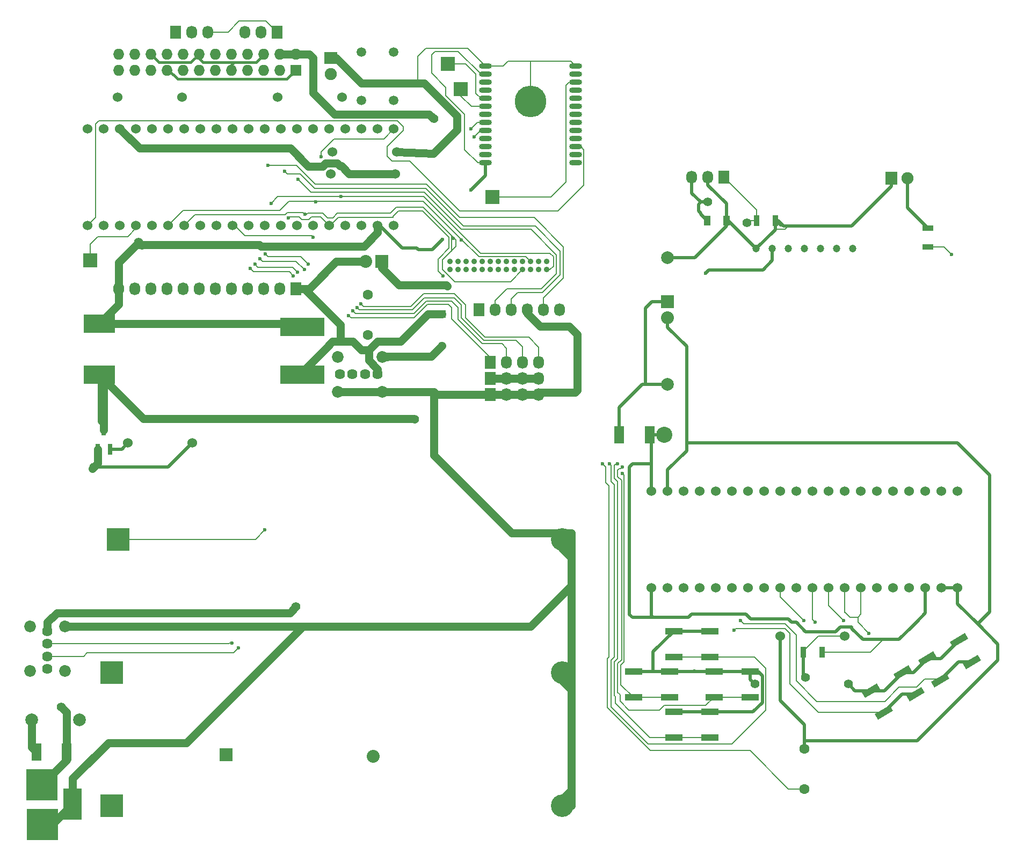
<source format=gbr>
G04 #@! TF.FileFunction,Copper,L1,Top,Signal*
%FSLAX46Y46*%
G04 Gerber Fmt 4.6, Leading zero omitted, Abs format (unit mm)*
G04 Created by KiCad (PCBNEW 4.0.2+dfsg1-stable) date 2017年10月10日 18時50分28秒*
%MOMM*%
G01*
G04 APERTURE LIST*
%ADD10C,0.100000*%
%ADD11R,0.900000X1.700000*%
%ADD12R,1.700000X0.900000*%
%ADD13R,1.000000X1.600000*%
%ADD14C,2.000000*%
%ADD15R,2.750000X1.000000*%
%ADD16C,1.200000*%
%ADD17R,1.501140X2.700020*%
%ADD18R,1.727200X2.032000*%
%ADD19O,1.727200X2.032000*%
%ADD20R,1.900000X2.000000*%
%ADD21C,1.900000*%
%ADD22C,1.524000*%
%ADD23R,2.032000X2.032000*%
%ADD24O,2.032000X2.032000*%
%ADD25C,1.600200*%
%ADD26R,0.800100X1.800860*%
%ADD27C,0.900000*%
%ADD28R,3.556000X3.556000*%
%ADD29C,3.556000*%
%ADD30R,2.000000X1.900000*%
%ADD31C,1.500000*%
%ADD32R,1.727200X1.727200*%
%ADD33O,1.727200X1.727200*%
%ADD34R,1.300000X1.300000*%
%ADD35C,1.300000*%
%ADD36R,2.999740X5.001260*%
%ADD37R,5.001260X5.001260*%
%ADD38R,2.235200X2.235200*%
%ADD39C,1.620000*%
%ADD40C,1.850000*%
%ADD41R,7.000000X3.000000*%
%ADD42R,5.000000X3.000000*%
%ADD43O,2.000000X0.900000*%
%ADD44O,5.000000X5.000000*%
%ADD45C,1.399540*%
%ADD46C,0.600000*%
%ADD47C,2.540000*%
%ADD48C,0.508000*%
%ADD49C,0.203200*%
%ADD50C,1.270000*%
%ADD51C,0.381000*%
G04 APERTURE END LIST*
D10*
D11*
X218025600Y-132044800D03*
X215125600Y-132044800D03*
D12*
X234736600Y-68089800D03*
X234736600Y-65189800D03*
D11*
X207759600Y-63972800D03*
X210659600Y-63972800D03*
D13*
X199962600Y-63972800D03*
X202962600Y-63972800D03*
D14*
X193705600Y-69794800D03*
X193705600Y-89794800D03*
D15*
X194050600Y-135124800D03*
X188300600Y-135124800D03*
X188300600Y-139124800D03*
X194050600Y-139124800D03*
X206750600Y-135124800D03*
X201000600Y-135124800D03*
X201000600Y-139124800D03*
X206750600Y-139124800D03*
X200400600Y-141474800D03*
X194650600Y-141474800D03*
X194650600Y-145474800D03*
X200400600Y-145474800D03*
X200400600Y-128774800D03*
X194650600Y-128774800D03*
X194650600Y-132774800D03*
X200400600Y-132774800D03*
D10*
G36*
X229824638Y-136345762D02*
X229324638Y-135479736D01*
X231706208Y-134104736D01*
X232206208Y-134970762D01*
X229824638Y-136345762D01*
X229824638Y-136345762D01*
G37*
G36*
X224844992Y-139220762D02*
X224344992Y-138354736D01*
X226726562Y-136979736D01*
X227226562Y-137845762D01*
X224844992Y-139220762D01*
X224844992Y-139220762D01*
G37*
G36*
X226844992Y-142684864D02*
X226344992Y-141818838D01*
X228726562Y-140443838D01*
X229226562Y-141309864D01*
X226844992Y-142684864D01*
X226844992Y-142684864D01*
G37*
G36*
X231824638Y-139809864D02*
X231324638Y-138943838D01*
X233706208Y-137568838D01*
X234206208Y-138434864D01*
X231824638Y-139809864D01*
X231824638Y-139809864D01*
G37*
G36*
X238714638Y-131265762D02*
X238214638Y-130399736D01*
X240596208Y-129024736D01*
X241096208Y-129890762D01*
X238714638Y-131265762D01*
X238714638Y-131265762D01*
G37*
G36*
X233734992Y-134140762D02*
X233234992Y-133274736D01*
X235616562Y-131899736D01*
X236116562Y-132765762D01*
X233734992Y-134140762D01*
X233734992Y-134140762D01*
G37*
G36*
X235734992Y-137604864D02*
X235234992Y-136738838D01*
X237616562Y-135363838D01*
X238116562Y-136229864D01*
X235734992Y-137604864D01*
X235734992Y-137604864D01*
G37*
G36*
X240714638Y-134729864D02*
X240214638Y-133863838D01*
X242596208Y-132488838D01*
X243096208Y-133354864D01*
X240714638Y-134729864D01*
X240714638Y-134729864D01*
G37*
D16*
X207685600Y-68374800D03*
X210225600Y-68374800D03*
X212765600Y-68374800D03*
X215305600Y-68374800D03*
X217845600Y-68374800D03*
X220385600Y-68374800D03*
X222925600Y-68374800D03*
D17*
X186095600Y-97754800D03*
X190921600Y-97754800D03*
D18*
X202605600Y-57114800D03*
D19*
X200065600Y-57114800D03*
X197525600Y-57114800D03*
D20*
X228955600Y-57294800D03*
D21*
X231495600Y-57294800D03*
D22*
X221655600Y-129504800D03*
X211495600Y-129504800D03*
D23*
X193705600Y-76794800D03*
D24*
X193705600Y-79334800D03*
D22*
X239435600Y-106644800D03*
X236895600Y-106644800D03*
X234355600Y-106644800D03*
X231815600Y-106644800D03*
X229275600Y-106644800D03*
X226735600Y-106644800D03*
X224195600Y-106644800D03*
X221655600Y-106644800D03*
X219115600Y-106644800D03*
X216575600Y-106644800D03*
X214035600Y-106644800D03*
X211495600Y-106644800D03*
X208955600Y-106644800D03*
X206415600Y-106644800D03*
X203875600Y-106644800D03*
X201335600Y-106644800D03*
X198795600Y-106644800D03*
X196255600Y-106644800D03*
X193715600Y-106644800D03*
X191175600Y-106644800D03*
X191175600Y-121884800D03*
X193715600Y-121884800D03*
X196255600Y-121884800D03*
X198795600Y-121884800D03*
X201335600Y-121884800D03*
X203875600Y-121884800D03*
X206415600Y-121884800D03*
X208955600Y-121884800D03*
X211495600Y-121884800D03*
X214035600Y-121884800D03*
X216575600Y-121884800D03*
X219115600Y-121884800D03*
X221655600Y-121884800D03*
X224195600Y-121884800D03*
X226735600Y-121884800D03*
X229275600Y-121884800D03*
X231815600Y-121884800D03*
X234355600Y-121884800D03*
X236895600Y-121884800D03*
X239435600Y-121884800D03*
D25*
X215305600Y-147284800D03*
X215305600Y-153634800D03*
D26*
X103865600Y-100017940D03*
X105765600Y-100017940D03*
X104815600Y-97015660D03*
D27*
X174665600Y-71719800D03*
X174665600Y-70449800D03*
X173395600Y-71719800D03*
X173395600Y-70449800D03*
X172125600Y-71719800D03*
X172125600Y-70449800D03*
X170855600Y-71719800D03*
X170855600Y-70449800D03*
X169585600Y-71719800D03*
X169585600Y-70449800D03*
X168315600Y-71719800D03*
X168315600Y-70449800D03*
X167045600Y-71719800D03*
X167045600Y-70449800D03*
X165775600Y-71719800D03*
X165775600Y-70449800D03*
X164505600Y-71719800D03*
X164505600Y-70449800D03*
X163235600Y-71719800D03*
X163235600Y-70449800D03*
X161965600Y-71719800D03*
X161965600Y-70449800D03*
X160695600Y-71719800D03*
X160695600Y-70449800D03*
X159425600Y-71719800D03*
X159425600Y-70449800D03*
D28*
X106085600Y-135244800D03*
D29*
X177085600Y-135244800D03*
D30*
X140629600Y-38318800D03*
D21*
X140629600Y-40858800D03*
D17*
X94160300Y-147759800D03*
X98960900Y-147759800D03*
D18*
X163997600Y-78069800D03*
D19*
X166537600Y-78069800D03*
X169077600Y-78069800D03*
X171617600Y-78069800D03*
X174157600Y-78069800D03*
X176697600Y-78069800D03*
D22*
X132247600Y-44541800D03*
X142407600Y-44541800D03*
X150789600Y-56606800D03*
X140629600Y-56606800D03*
X140832800Y-53177800D03*
X150992800Y-53177800D03*
D31*
X150535600Y-45049800D03*
X145455600Y-45049800D03*
X150535600Y-37429800D03*
X145455600Y-37429800D03*
D23*
X124085600Y-148244800D03*
D24*
X147273600Y-148460800D03*
D22*
X102275600Y-64734800D03*
X104815600Y-64734800D03*
X107355600Y-64734800D03*
X109895600Y-64734800D03*
X112435600Y-64734800D03*
X114975600Y-64734800D03*
X117515600Y-64734800D03*
X120055600Y-64734800D03*
X122595600Y-64734800D03*
X125135600Y-64734800D03*
X127675600Y-64734800D03*
X130215600Y-64734800D03*
X132755600Y-64734800D03*
X135295600Y-64734800D03*
X137835600Y-64734800D03*
X140375600Y-64734800D03*
X142915600Y-64734800D03*
X145455600Y-64734800D03*
X147995600Y-64734800D03*
X150535600Y-64734800D03*
X150535600Y-49494800D03*
X147995600Y-49494800D03*
X145455600Y-49494800D03*
X142915600Y-49494800D03*
X140375600Y-49494800D03*
X137835600Y-49494800D03*
X135295600Y-49494800D03*
X132755600Y-49494800D03*
X130215600Y-49494800D03*
X127675600Y-49494800D03*
X125135600Y-49494800D03*
X122595600Y-49494800D03*
X120055600Y-49494800D03*
X117515600Y-49494800D03*
X114975600Y-49494800D03*
X112435600Y-49494800D03*
X109895600Y-49494800D03*
X107355600Y-49494800D03*
X104815600Y-49494800D03*
X102275600Y-49494800D03*
D23*
X148630600Y-70449800D03*
D24*
X146090600Y-70449800D03*
D32*
X135085600Y-40244800D03*
D33*
X135085600Y-37704800D03*
X132545600Y-40244800D03*
X132545600Y-37704800D03*
X130005600Y-40244800D03*
X130005600Y-37704800D03*
X127465600Y-40244800D03*
X127465600Y-37704800D03*
X124925600Y-40244800D03*
X124925600Y-37704800D03*
X122385600Y-40244800D03*
X122385600Y-37704800D03*
X119845600Y-40244800D03*
X119845600Y-37704800D03*
X117305600Y-40244800D03*
X117305600Y-37704800D03*
X114765600Y-40244800D03*
X114765600Y-37704800D03*
X112225600Y-40244800D03*
X112225600Y-37704800D03*
X109685600Y-40244800D03*
X109685600Y-37704800D03*
X107145600Y-40244800D03*
X107145600Y-37704800D03*
D34*
X158155600Y-78704800D03*
D35*
X158155600Y-83704800D03*
D36*
X99886200Y-155993600D03*
D37*
X95034800Y-152993860D03*
X95085600Y-159244800D03*
D38*
X102656600Y-70246600D03*
D18*
X135085600Y-74744800D03*
D19*
X132545600Y-74744800D03*
X130005600Y-74744800D03*
X127465600Y-74744800D03*
X124925600Y-74744800D03*
X122385600Y-74744800D03*
X119845600Y-74744800D03*
X117305600Y-74744800D03*
X114765600Y-74744800D03*
X112225600Y-74744800D03*
X109685600Y-74744800D03*
X107145600Y-74744800D03*
D39*
X147995600Y-88229800D03*
X145995600Y-88229800D03*
X143995600Y-88229800D03*
D40*
X148725600Y-90949800D03*
D39*
X141995600Y-88229800D03*
D40*
X141725600Y-90949800D03*
X148725600Y-85509800D03*
X141725600Y-85509800D03*
D39*
X95925600Y-128709800D03*
X95925600Y-130709800D03*
X95925600Y-132709800D03*
D40*
X98645600Y-127979800D03*
D39*
X95925600Y-134709800D03*
D40*
X98645600Y-134979800D03*
X93205600Y-127979800D03*
X93205600Y-134979800D03*
D18*
X165775600Y-86324800D03*
D19*
X168315600Y-86324800D03*
X170855600Y-86324800D03*
X173395600Y-86324800D03*
D18*
X165775600Y-88864800D03*
D19*
X168315600Y-88864800D03*
X170855600Y-88864800D03*
X173395600Y-88864800D03*
D18*
X165775600Y-91404800D03*
D19*
X168315600Y-91404800D03*
X170855600Y-91404800D03*
X173395600Y-91404800D03*
D22*
X108625600Y-99024800D03*
X118785600Y-99024800D03*
X106974600Y-44541800D03*
X117134600Y-44541800D03*
D25*
X146395400Y-81981400D03*
X146395400Y-75631400D03*
D14*
X93395760Y-142679800D03*
X100995440Y-142679800D03*
D41*
X136085600Y-80744800D03*
X136085600Y-88244800D03*
D42*
X104085600Y-88244800D03*
X104085600Y-80244800D03*
D28*
X106085600Y-156244800D03*
D29*
X177085600Y-156244800D03*
D28*
X107085600Y-114244800D03*
D29*
X177085600Y-114244800D03*
D18*
X132085600Y-34244800D03*
D19*
X129545600Y-34244800D03*
X127005600Y-34244800D03*
D18*
X116085600Y-34244800D03*
D19*
X118625600Y-34244800D03*
X121165600Y-34244800D03*
D43*
X179197600Y-39624800D03*
X179197600Y-42164800D03*
X179197600Y-40894800D03*
X179197600Y-45974800D03*
X179197600Y-44704800D03*
X179197600Y-43434800D03*
X179197600Y-52324800D03*
X179197600Y-53594800D03*
X179197600Y-54864800D03*
X179197600Y-49784800D03*
X179197600Y-51054800D03*
X179197600Y-48514800D03*
X164973600Y-40894800D03*
X164973600Y-39624800D03*
X164973600Y-42164800D03*
X164973600Y-53594800D03*
X164973600Y-51054800D03*
X164973600Y-52324800D03*
X164973600Y-54864800D03*
X164973600Y-49784800D03*
X164973600Y-47244800D03*
X164973600Y-48514800D03*
X164973600Y-44704800D03*
X164973600Y-43434800D03*
X164973600Y-45974800D03*
X179197600Y-47244800D03*
D44*
X172085600Y-45144800D03*
D38*
X159085600Y-39244800D03*
X161085600Y-43244800D03*
X166085600Y-60244800D03*
D45*
X110251200Y-67401800D03*
D46*
X158206400Y-66944600D03*
D47*
X193205600Y-97794800D03*
D46*
X199705600Y-72294800D03*
D45*
X200065600Y-61044800D03*
D46*
X139029400Y-53914400D03*
X130215600Y-112740800D03*
X225455600Y-129044800D03*
X238455600Y-69294800D03*
D45*
X222205600Y-137044800D03*
X207455600Y-137044800D03*
X215455600Y-136044800D03*
D46*
X183455600Y-102294800D03*
X137835600Y-66563600D03*
X205205600Y-127044800D03*
X221455600Y-127044800D03*
X135422600Y-57495800D03*
X133339800Y-56225800D03*
X130672800Y-55235200D03*
X131155400Y-61255000D03*
X142229800Y-60162800D03*
X158282600Y-72659600D03*
X133924000Y-63541000D03*
D45*
X103291600Y-102834800D03*
D46*
X162727600Y-59146800D03*
D45*
X98059200Y-140647800D03*
D46*
X158993800Y-74310600D03*
D45*
X153786800Y-95341800D03*
X135117800Y-124849000D03*
X156809400Y-47920000D03*
D46*
X126024600Y-131376800D03*
X125008600Y-130614800D03*
X143423600Y-78958800D03*
X134686000Y-72659600D03*
X127904200Y-71542000D03*
X144058600Y-78222200D03*
X135346400Y-72075400D03*
X128615400Y-70830800D03*
X129428200Y-69992600D03*
X136413200Y-71694400D03*
X144744400Y-77688800D03*
X145354000Y-77130000D03*
X136997400Y-70830800D03*
X130241000Y-69205200D03*
X163235600Y-50764800D03*
X161203600Y-67020800D03*
X138191200Y-60975600D03*
X136514800Y-62982200D03*
X162727600Y-49494800D03*
X159933600Y-66766800D03*
D45*
X206205600Y-64294800D03*
D46*
X204205600Y-128544800D03*
X184571600Y-102326800D03*
X185841600Y-102326800D03*
X186603600Y-102834800D03*
X186603600Y-103850800D03*
X216955600Y-127294800D03*
X215205600Y-127044800D03*
D48*
X193705600Y-79334800D02*
X193705600Y-80794800D01*
X193715600Y-103284800D02*
X196705600Y-100294800D01*
X193715600Y-106644800D02*
X193715600Y-103284800D01*
D49*
X212705600Y-64794800D02*
X211481600Y-64794800D01*
X211481600Y-64794800D02*
X210659600Y-63972800D01*
X222955600Y-64794800D02*
X212705600Y-64794800D01*
X228955600Y-58794800D02*
X222955600Y-64794800D01*
X228955600Y-57294800D02*
X228955600Y-58794800D01*
X210705600Y-65294800D02*
X212205600Y-65294800D01*
X212205600Y-65294800D02*
X212705600Y-64794800D01*
X207685600Y-68314800D02*
X210705600Y-65294800D01*
X207685600Y-68374800D02*
X207685600Y-68314800D01*
D48*
X210659600Y-65400800D02*
X207685600Y-68374800D01*
X210659600Y-63972800D02*
X210659600Y-65400800D01*
X211133600Y-63972800D02*
X211955600Y-64794800D01*
X211955600Y-64794800D02*
X222705600Y-64794800D01*
X222705600Y-64794800D02*
X228955600Y-58544800D01*
X228955600Y-58544800D02*
X228955600Y-57294800D01*
X210659600Y-63972800D02*
X211133600Y-63972800D01*
X200065600Y-58404800D02*
X200065600Y-57114800D01*
X202962600Y-61301800D02*
X200065600Y-58404800D01*
X202962600Y-63972800D02*
X202962600Y-61301800D01*
X197955600Y-69794800D02*
X202962600Y-64787800D01*
X202962600Y-64787800D02*
X202962600Y-63972800D01*
X193705600Y-69794800D02*
X197955600Y-69794800D01*
X203283600Y-63972800D02*
X207685600Y-68374800D01*
X202962600Y-63972800D02*
X203283600Y-63972800D01*
X239435600Y-121884800D02*
X236895600Y-121884800D01*
X211495600Y-139664800D02*
X211495600Y-129504800D01*
X215305600Y-143474800D02*
X211495600Y-139664800D01*
X215305600Y-146014800D02*
X215305600Y-143474800D01*
X215305600Y-147284800D02*
X215305600Y-146014800D01*
X245785600Y-133314800D02*
X233085600Y-146014800D01*
X245785600Y-130774800D02*
X245785600Y-133314800D01*
X242610600Y-127599800D02*
X245785600Y-130774800D01*
X233085600Y-146014800D02*
X215305600Y-146014800D01*
X239435600Y-124424800D02*
X242610600Y-127599800D01*
X239435600Y-121884800D02*
X239435600Y-124424800D01*
D49*
X172085600Y-45144800D02*
X172085600Y-38826800D01*
X172085600Y-38826800D02*
X172125600Y-38826800D01*
X179197600Y-39624800D02*
X179197600Y-39548800D01*
X179197600Y-39548800D02*
X178475600Y-38826800D01*
X178475600Y-38826800D02*
X172125600Y-38826800D01*
X172125600Y-38826800D02*
X168569600Y-38826800D01*
X168569600Y-38826800D02*
X167771600Y-39624800D01*
X167771600Y-39624800D02*
X164973600Y-39624800D01*
X164973600Y-39624800D02*
X164973600Y-39548800D01*
X164973600Y-39548800D02*
X162219600Y-36794800D01*
X162219600Y-36794800D02*
X155615600Y-36794800D01*
X155615600Y-36794800D02*
X154345600Y-38064800D01*
X154345600Y-38064800D02*
X154345600Y-42306600D01*
D50*
X156807200Y-100949800D02*
X156807200Y-91859800D01*
X169102200Y-113244800D02*
X156807200Y-100949800D01*
X178535600Y-113244800D02*
X169102200Y-113244800D01*
X156807200Y-91859800D02*
X157262200Y-91404800D01*
X177085600Y-156244800D02*
X177085600Y-155278800D01*
X177085600Y-155278800D02*
X178535600Y-153828800D01*
X177085600Y-135244800D02*
X177085600Y-136496800D01*
X177085600Y-136496800D02*
X178535600Y-137946800D01*
X177085600Y-114244800D02*
X177085600Y-115668800D01*
X177085600Y-115668800D02*
X178535600Y-117118800D01*
X99886200Y-155993600D02*
X99886200Y-151952600D01*
X154498000Y-127973200D02*
X154498000Y-127979800D01*
X136159200Y-127973200D02*
X154498000Y-127973200D01*
X117820400Y-146312000D02*
X136159200Y-127973200D01*
X105526800Y-146312000D02*
X117820400Y-146312000D01*
X99886200Y-151952600D02*
X105526800Y-146312000D01*
X98645600Y-127979800D02*
X154498000Y-127979800D01*
X154498000Y-127979800D02*
X172093600Y-127979800D01*
X172093600Y-127979800D02*
X178535600Y-121537800D01*
X178535600Y-134744800D02*
X178535600Y-121537800D01*
X178535600Y-121537800D02*
X178535600Y-117118800D01*
X178535600Y-117118800D02*
X178535600Y-113244800D01*
X178535600Y-156244800D02*
X178535600Y-153828800D01*
X178535600Y-153828800D02*
X178535600Y-137946800D01*
X178535600Y-137946800D02*
X178535600Y-134744800D01*
X95085600Y-159244800D02*
X96635000Y-159244800D01*
X96635000Y-159244800D02*
X99886200Y-155993600D01*
X110759200Y-67859000D02*
X110759200Y-67808200D01*
X110708400Y-67808200D02*
X110759200Y-67859000D01*
X110657600Y-67808200D02*
X110708400Y-67808200D01*
X110251200Y-67401800D02*
X110657600Y-67808200D01*
X107145600Y-74744800D02*
X107145600Y-77184800D01*
X107145600Y-77184800D02*
X104085600Y-80244800D01*
X104085600Y-80244800D02*
X135585600Y-80244800D01*
X135585600Y-80244800D02*
X136085600Y-80744800D01*
X147995600Y-64734800D02*
X147995600Y-65827000D01*
X129352000Y-67808200D02*
X110759200Y-67808200D01*
X129555200Y-68011400D02*
X129352000Y-67808200D01*
X145811200Y-68011400D02*
X129555200Y-68011400D01*
X147995600Y-65827000D02*
X145811200Y-68011400D01*
X110759200Y-67808200D02*
X109921000Y-67808200D01*
X107145600Y-70583600D02*
X107145600Y-74744800D01*
X109921000Y-67808200D02*
X107145600Y-70583600D01*
X141725600Y-90949800D02*
X148725600Y-90949800D01*
X148725600Y-85509800D02*
X149441200Y-85509800D01*
X149441200Y-85509800D02*
X149540600Y-85410400D01*
X149540600Y-85410400D02*
X156450000Y-85410400D01*
X156450000Y-85410400D02*
X158155600Y-83704800D01*
X148725600Y-90949800D02*
X156807200Y-90949800D01*
X156807200Y-90949800D02*
X157262200Y-91404800D01*
X157262200Y-91404800D02*
X165775600Y-91404800D01*
X168315600Y-91404800D02*
X170855600Y-91404800D01*
X165775600Y-91404800D02*
X168315600Y-91404800D01*
X170855600Y-91404800D02*
X173395600Y-91404800D01*
X171617600Y-78069800D02*
X171617600Y-78654000D01*
X171617600Y-78654000D02*
X173624200Y-80660600D01*
X179085200Y-91100000D02*
X173700400Y-91100000D01*
X179491600Y-90693600D02*
X179085200Y-91100000D01*
X179491600Y-81930600D02*
X179491600Y-90693600D01*
X178221600Y-80660600D02*
X179491600Y-81930600D01*
X173624200Y-80660600D02*
X178221600Y-80660600D01*
X173700400Y-91100000D02*
X173395600Y-91404800D01*
D48*
X155387000Y-68570200D02*
X156580800Y-68570200D01*
X151856400Y-68265400D02*
X154117000Y-68265400D01*
X154117000Y-68265400D02*
X154421800Y-68570200D01*
X154421800Y-68570200D02*
X155387000Y-68570200D01*
X148325800Y-64734800D02*
X151856400Y-68265400D01*
X156580800Y-68570200D02*
X158206400Y-66944600D01*
X147995600Y-64734800D02*
X148325800Y-64734800D01*
D50*
X140629600Y-38318800D02*
X141467800Y-38318800D01*
X141467800Y-38318800D02*
X145455600Y-42306600D01*
X156733200Y-53431800D02*
X150992800Y-53177800D01*
X160517800Y-49647200D02*
X156733200Y-53431800D01*
X160517800Y-47488200D02*
X160517800Y-49647200D01*
X155336200Y-42306600D02*
X160517800Y-47488200D01*
X145455600Y-42306600D02*
X154345600Y-42306600D01*
X154345600Y-42306600D02*
X155336200Y-42306600D01*
D51*
X124925600Y-40244800D02*
X124925600Y-39443200D01*
X124925600Y-39443200D02*
X125389600Y-38979200D01*
X119845600Y-37704800D02*
X119806000Y-37704800D01*
X119806000Y-37704800D02*
X118531600Y-38979200D01*
X113500000Y-38979200D02*
X112225600Y-37704800D01*
X118531600Y-38979200D02*
X113500000Y-38979200D01*
X130005600Y-37704800D02*
X130005600Y-37792200D01*
X130005600Y-37792200D02*
X128818600Y-38979200D01*
X128818600Y-38979200D02*
X125389600Y-38979200D01*
X125389600Y-38979200D02*
X120436600Y-38979200D01*
X120436600Y-38979200D02*
X119845600Y-38388200D01*
X119845600Y-38388200D02*
X119845600Y-37704800D01*
D48*
X196705600Y-99024800D02*
X196705600Y-100294800D01*
X239435600Y-99024800D02*
X244515600Y-104104800D01*
X244515600Y-104104800D02*
X244515600Y-125694800D01*
X244515600Y-125694800D02*
X242610600Y-127599800D01*
X196705600Y-99024800D02*
X239435600Y-99024800D01*
X193705600Y-80794800D02*
X196705600Y-83794800D01*
X196705600Y-83794800D02*
X196705600Y-99024800D01*
X210225600Y-70274800D02*
X208705600Y-71794800D01*
X208705600Y-71794800D02*
X203205600Y-71794800D01*
X210225600Y-68374800D02*
X210225600Y-70274800D01*
X193165600Y-97754800D02*
X193205600Y-97794800D01*
X190921600Y-97754800D02*
X193165600Y-97754800D01*
X191175600Y-98008800D02*
X190921600Y-97754800D01*
X191175600Y-102294800D02*
X191175600Y-98008800D01*
X191175600Y-106644800D02*
X191175600Y-102294800D01*
X187705600Y-123794800D02*
X187705600Y-102794800D01*
X187705600Y-102794800D02*
X188205600Y-102294800D01*
X188205600Y-102294800D02*
X191175600Y-102294800D01*
X199705600Y-72294800D02*
X200205600Y-71794800D01*
X200205600Y-71794800D02*
X203205600Y-71794800D01*
X198955600Y-62965800D02*
X199962600Y-63972800D01*
X198955600Y-61044800D02*
X198580600Y-61419800D01*
X200065600Y-61044800D02*
X198955600Y-61044800D01*
X197525600Y-59614800D02*
X198955600Y-61044800D01*
X197525600Y-57114800D02*
X197525600Y-59614800D01*
X198580600Y-62419800D02*
X198955600Y-62794800D01*
X198955600Y-62794800D02*
X198955600Y-62965800D01*
X198580600Y-61419800D02*
X198580600Y-62419800D01*
X187705600Y-124794800D02*
X187705600Y-123794800D01*
X188163202Y-126544800D02*
X187705600Y-126087198D01*
X191205600Y-126544800D02*
X188163202Y-126544800D01*
X187705600Y-126087198D02*
X187705600Y-124794800D01*
X196955600Y-126544800D02*
X191205600Y-126544800D01*
X197455600Y-126044800D02*
X196955600Y-126544800D01*
X205955600Y-126044800D02*
X197455600Y-126044800D01*
X213205600Y-127294800D02*
X212705600Y-126794800D01*
X191175600Y-126544800D02*
X191205600Y-126514800D01*
X191205600Y-126514800D02*
X191205600Y-126294800D01*
X191205600Y-126294800D02*
X191205600Y-126544800D01*
X191175600Y-121884800D02*
X191175600Y-126544800D01*
X206011202Y-126044800D02*
X206761202Y-126794800D01*
X206761202Y-126794800D02*
X212705600Y-126794800D01*
X205955600Y-126044800D02*
X206011202Y-126044800D01*
X230205600Y-130044800D02*
X232205600Y-128044800D01*
X227497600Y-130044800D02*
X230205600Y-130044800D01*
X224455600Y-130044800D02*
X227497600Y-130044800D01*
X222705600Y-128294800D02*
X224455600Y-130044800D01*
X232205600Y-128044800D02*
X232955600Y-127294800D01*
X234355600Y-121884800D02*
X234355600Y-125894800D01*
X234355600Y-125894800D02*
X232955600Y-127294800D01*
X220955600Y-128044800D02*
X222705600Y-128044800D01*
X222705600Y-128044800D02*
X222705600Y-128294800D01*
X213955600Y-127294800D02*
X215455600Y-128794800D01*
X215455600Y-128794800D02*
X220205600Y-128794800D01*
X220205600Y-128794800D02*
X220955600Y-128044800D01*
X213205600Y-127294800D02*
X213955600Y-127294800D01*
D49*
X227497600Y-130266800D02*
X225719600Y-132044800D01*
X225719600Y-132044800D02*
X218025600Y-132044800D01*
X227497600Y-130044800D02*
X227497600Y-130266800D01*
D51*
X114765600Y-40244800D02*
X115047400Y-40244800D01*
X115047400Y-40244800D02*
X116448800Y-41646200D01*
X116448800Y-41646200D02*
X133684200Y-41646200D01*
X133684200Y-41646200D02*
X135085600Y-40244800D01*
D48*
X190205600Y-89794800D02*
X193705600Y-89794800D01*
X189705600Y-89794800D02*
X190205600Y-89794800D01*
X190205600Y-77794800D02*
X191205600Y-76794800D01*
X191205600Y-76794800D02*
X193705600Y-76794800D01*
X190205600Y-89794800D02*
X190205600Y-77794800D01*
D49*
X107085600Y-114244800D02*
X128711600Y-114244800D01*
X141366200Y-51095000D02*
X148935400Y-51095000D01*
X148935400Y-51095000D02*
X150535600Y-49494800D01*
X139029400Y-53127000D02*
X141061400Y-51095000D01*
X141061400Y-51095000D02*
X141366200Y-51095000D01*
X139029400Y-53914400D02*
X139029400Y-53127000D01*
X128711600Y-114244800D02*
X130215600Y-112740800D01*
D48*
X186095600Y-93404800D02*
X189705600Y-89794800D01*
X186095600Y-97754800D02*
X186095600Y-93404800D01*
X231495600Y-57294800D02*
X231495600Y-61948800D01*
X231495600Y-61948800D02*
X234736600Y-65189800D01*
D49*
X222455600Y-126544800D02*
X223705600Y-126544800D01*
X223705600Y-126544800D02*
X224195600Y-126054800D01*
X224195600Y-126054800D02*
X224195600Y-121884800D01*
X221655600Y-121884800D02*
X221655600Y-125794800D01*
X223705600Y-127294800D02*
X225455600Y-129044800D01*
X238455600Y-69294800D02*
X237250600Y-68089800D01*
X237250600Y-68089800D02*
X234736600Y-68089800D01*
X223705600Y-126544800D02*
X223705600Y-127294800D01*
X221705600Y-125794800D02*
X222455600Y-126544800D01*
X221655600Y-125794800D02*
X221705600Y-125794800D01*
D48*
X194650600Y-141474800D02*
X200400600Y-141474800D01*
X191429600Y-135124800D02*
X194050600Y-135124800D01*
X188300600Y-135124800D02*
X191429600Y-135124800D01*
X197955600Y-135124800D02*
X201000600Y-135124800D01*
X194050600Y-135124800D02*
X197955600Y-135124800D01*
X204375600Y-135124800D02*
X206750600Y-135124800D01*
X201000600Y-135124800D02*
X204375600Y-135124800D01*
X197705600Y-128774800D02*
X200400600Y-128774800D01*
X194650600Y-128774800D02*
X197705600Y-128774800D01*
X197705600Y-135124800D02*
X197785600Y-135044800D01*
X197785600Y-135044800D02*
X197955600Y-135044800D01*
X197955600Y-135044800D02*
X197955600Y-135124800D01*
X227890423Y-138100249D02*
X230765423Y-135225249D01*
X225785777Y-138100249D02*
X227890423Y-138100249D01*
X232470777Y-135225249D02*
X234675777Y-133020249D01*
X230765423Y-135225249D02*
X232470777Y-135225249D01*
X236780423Y-133020249D02*
X239655423Y-130145249D01*
X234675777Y-133020249D02*
X236780423Y-133020249D01*
D49*
X217495600Y-129504800D02*
X221655600Y-129504800D01*
X215125600Y-131874800D02*
X217495600Y-129504800D01*
X215125600Y-132044800D02*
X215125600Y-131874800D01*
D48*
X222205600Y-137044800D02*
X223261049Y-138100249D01*
X223261049Y-138100249D02*
X225785777Y-138100249D01*
X206750600Y-136339800D02*
X207455600Y-137044800D01*
X206750600Y-135124800D02*
X206750600Y-136339800D01*
X215125600Y-135714800D02*
X215455600Y-136044800D01*
X215125600Y-132044800D02*
X215125600Y-135714800D01*
X191429600Y-131995800D02*
X194650600Y-128774800D01*
X191429600Y-135124800D02*
X191429600Y-131995800D01*
X207971600Y-135124800D02*
X206750600Y-135124800D01*
X207145600Y-141474800D02*
X208653998Y-139966402D01*
X208653998Y-139966402D02*
X208653998Y-135807198D01*
X208653998Y-135807198D02*
X207971600Y-135124800D01*
X200400600Y-141474800D02*
X207145600Y-141474800D01*
X215305600Y-153634800D02*
X215045600Y-153634800D01*
D49*
X190955600Y-147544800D02*
X206415600Y-147544800D01*
X184205600Y-140794800D02*
X190955600Y-147544800D01*
X184205600Y-133044800D02*
X184205600Y-140794800D01*
X184455600Y-132794800D02*
X184205600Y-133044800D01*
X184455600Y-105794800D02*
X184455600Y-132794800D01*
X183955600Y-105294800D02*
X184455600Y-105794800D01*
X183955600Y-102794800D02*
X183955600Y-105294800D01*
X183455600Y-102294800D02*
X183955600Y-102794800D01*
X206675600Y-147544800D02*
X212765600Y-153634800D01*
X212765600Y-153634800D02*
X215305600Y-153634800D01*
X206415600Y-147544800D02*
X206675600Y-147544800D01*
X125135600Y-64734800D02*
X125465800Y-64734800D01*
X125465800Y-64734800D02*
X127066000Y-66335000D01*
X127066000Y-66335000D02*
X137607000Y-66335000D01*
X137607000Y-66335000D02*
X137835600Y-66563600D01*
D48*
X239550777Y-133609351D02*
X236675777Y-136484351D01*
X241655423Y-133609351D02*
X239550777Y-133609351D01*
D49*
X205205600Y-127044800D02*
X205705600Y-127544800D01*
X205705600Y-127544800D02*
X212205600Y-127544800D01*
X212205600Y-127544800D02*
X213955600Y-129294800D01*
X213955600Y-129294800D02*
X213955600Y-136544800D01*
X213955600Y-136544800D02*
X217205600Y-139794800D01*
X217205600Y-139794800D02*
X227955600Y-139794800D01*
X227955600Y-139794800D02*
X230205600Y-137544800D01*
X230205600Y-137544800D02*
X232955600Y-137544800D01*
X232955600Y-137544800D02*
X234205600Y-136294800D01*
X236486226Y-136294800D02*
X236675777Y-136484351D01*
X234205600Y-136294800D02*
X236486226Y-136294800D01*
X219115600Y-124704800D02*
X221455600Y-127044800D01*
X219115600Y-121884800D02*
X219115600Y-124704800D01*
X179197600Y-52324800D02*
X180035600Y-52324800D01*
X180035600Y-52324800D02*
X180507600Y-52796800D01*
X180507600Y-52796800D02*
X180507600Y-58384800D01*
X180507600Y-58384800D02*
X176443600Y-62448800D01*
X176443600Y-62448800D02*
X160949600Y-62448800D01*
X160949600Y-62448800D02*
X153075600Y-54574800D01*
X153075600Y-54574800D02*
X150281600Y-54574800D01*
X150281600Y-54574800D02*
X149519600Y-53812800D01*
X149519600Y-53812800D02*
X149519600Y-52288800D01*
X103545600Y-63464800D02*
X102275600Y-64734800D01*
X103545600Y-48732800D02*
X103545600Y-63464800D01*
X149519600Y-52288800D02*
X152059600Y-49748800D01*
X152059600Y-49748800D02*
X152059600Y-49161402D01*
X152059600Y-49161402D02*
X151122998Y-48224800D01*
X151122998Y-48224800D02*
X104053600Y-48224800D01*
X104053600Y-48224800D02*
X103545600Y-48732800D01*
X166537600Y-76571200D02*
X166537600Y-78069800D01*
X168366400Y-74742400D02*
X166537600Y-76571200D01*
X173776600Y-74742400D02*
X168366400Y-74742400D01*
X176164200Y-72354800D02*
X173776600Y-74742400D01*
X176164200Y-69357600D02*
X176164200Y-72354800D01*
X172176400Y-65369800D02*
X176164200Y-69357600D01*
X161152800Y-65369800D02*
X172176400Y-65369800D01*
X155310800Y-59527800D02*
X161152800Y-65369800D01*
X137454600Y-59527800D02*
X155310800Y-59527800D01*
X135422600Y-57495800D02*
X137454600Y-59527800D01*
X169077600Y-76342600D02*
X169077600Y-78069800D01*
X170068200Y-75352000D02*
X169077600Y-76342600D01*
X173979800Y-75352000D02*
X170068200Y-75352000D01*
X176773800Y-72558000D02*
X173979800Y-75352000D01*
X176773800Y-68773400D02*
X176773800Y-72558000D01*
X172811400Y-64811000D02*
X176773800Y-68773400D01*
X161483000Y-64811000D02*
X172811400Y-64811000D01*
X155590200Y-58918200D02*
X161483000Y-64811000D01*
X138064200Y-58918200D02*
X155590200Y-58918200D01*
X135727400Y-56581400D02*
X138064200Y-58918200D01*
X133695400Y-56581400D02*
X135727400Y-56581400D01*
X133339800Y-56225800D02*
X133695400Y-56581400D01*
X174157600Y-78069800D02*
X174157600Y-76139400D01*
X135168600Y-55235200D02*
X130672800Y-55235200D01*
X138140400Y-58207000D02*
X135168600Y-55235200D01*
X155641000Y-58207000D02*
X138140400Y-58207000D01*
X160924200Y-63490200D02*
X155641000Y-58207000D01*
X172659000Y-63490200D02*
X160924200Y-63490200D01*
X177256400Y-68087600D02*
X172659000Y-63490200D01*
X177256400Y-73040600D02*
X177256400Y-68087600D01*
X174157600Y-76139400D02*
X177256400Y-73040600D01*
X150281600Y-60162800D02*
X155209200Y-60162800D01*
X164683400Y-69129000D02*
X164683400Y-69103600D01*
X164175400Y-69129000D02*
X164683400Y-69129000D01*
X155209200Y-60162800D02*
X164175400Y-69129000D01*
X174665600Y-71719800D02*
X175173600Y-71719800D01*
X175173600Y-71719800D02*
X175707000Y-71186400D01*
X175707000Y-71186400D02*
X175707000Y-69687800D01*
X175707000Y-69687800D02*
X175122800Y-69103600D01*
X175122800Y-69103600D02*
X164683400Y-69103600D01*
X132247600Y-60162800D02*
X131155400Y-61255000D01*
X131155400Y-61255000D02*
X131104600Y-61305800D01*
X150281600Y-60162800D02*
X142229800Y-60162800D01*
X142229800Y-60162800D02*
X132247600Y-60162800D01*
X159209700Y-68328900D02*
X159209700Y-66576300D01*
X159209700Y-66576300D02*
X159171600Y-66538200D01*
X159171600Y-66538200D02*
X159171600Y-66512800D01*
X159171600Y-66512800D02*
X159171600Y-66538200D01*
X158282600Y-72659600D02*
X157546000Y-71923000D01*
X157546000Y-71923000D02*
X157546000Y-69992600D01*
X157546000Y-69992600D02*
X157673000Y-69865600D01*
X150383200Y-63426700D02*
X150383200Y-63312400D01*
X141785300Y-63426700D02*
X150383200Y-63426700D01*
X140477200Y-64734800D02*
X141785300Y-63426700D01*
X150383200Y-63312400D02*
X151272200Y-62423400D01*
X151272200Y-62423400D02*
X155056800Y-62423400D01*
X155056800Y-62423400D02*
X159171600Y-66538200D01*
X159209700Y-68328900D02*
X157673000Y-69865600D01*
X140375600Y-64734800D02*
X140477200Y-64734800D01*
X135473400Y-63363200D02*
X135600400Y-63363200D01*
X137124400Y-63820400D02*
X137581600Y-63363200D01*
X136057600Y-63820400D02*
X137124400Y-63820400D01*
X135600400Y-63363200D02*
X136057600Y-63820400D01*
X139004000Y-63363200D02*
X139067500Y-63426700D01*
X139067500Y-63426700D02*
X140375600Y-64734800D01*
X134101800Y-63363200D02*
X135473400Y-63363200D01*
X137581600Y-63363200D02*
X139004000Y-63363200D01*
X133924000Y-63541000D02*
X134101800Y-63363200D01*
D50*
X93395760Y-142679800D02*
X93395760Y-146995260D01*
X93395760Y-146995260D02*
X94160300Y-147759800D01*
D49*
X160695600Y-37302800D02*
X156990398Y-37302800D01*
X156990398Y-37302800D02*
X156482398Y-37810800D01*
X156482398Y-37810800D02*
X156482398Y-40709598D01*
X156482398Y-40709598D02*
X158716278Y-42943478D01*
X158716278Y-42943478D02*
X158716278Y-44213478D01*
X158716278Y-44213478D02*
X161711600Y-47208800D01*
X161711600Y-47208800D02*
X161711600Y-52796800D01*
X161711600Y-52796800D02*
X163779600Y-54864800D01*
D48*
X103291600Y-102834800D02*
X114975600Y-102834800D01*
X114975600Y-102834800D02*
X118785600Y-99024800D01*
D50*
X103164600Y-102961800D02*
X103291600Y-102834800D01*
X103865600Y-100017940D02*
X103865600Y-102260800D01*
X103164600Y-102961800D02*
X103037600Y-103088800D01*
X103865600Y-102260800D02*
X103291600Y-102834800D01*
D48*
X164973600Y-54864800D02*
X164973600Y-56900800D01*
X164973600Y-56900800D02*
X162727600Y-59146800D01*
D49*
X164973600Y-40894800D02*
X164287600Y-40894800D01*
X164287600Y-40894800D02*
X160695600Y-37302800D01*
X163779600Y-54864800D02*
X164973600Y-54864800D01*
D50*
X98960900Y-141549500D02*
X98960900Y-147759800D01*
X98059200Y-140647800D02*
X98960900Y-141549500D01*
X98960900Y-147759800D02*
X98960900Y-149067760D01*
X98960900Y-149067760D02*
X95034800Y-152993860D01*
X94160300Y-152119360D02*
X95034800Y-152993860D01*
X142255200Y-55362200D02*
X142052000Y-55362200D01*
X134203400Y-52568200D02*
X133720800Y-52568200D01*
X137022800Y-55387600D02*
X134203400Y-52568200D01*
X139283400Y-55387600D02*
X137022800Y-55387600D01*
X139740600Y-54930400D02*
X139283400Y-55387600D01*
X141620200Y-54930400D02*
X139740600Y-54930400D01*
X142052000Y-55362200D02*
X141620200Y-54930400D01*
X158993800Y-74310600D02*
X158790600Y-74107400D01*
X158790600Y-74107400D02*
X151348400Y-74107400D01*
X151348400Y-74107400D02*
X148630600Y-71389600D01*
X148630600Y-71389600D02*
X148630600Y-70449800D01*
X168315600Y-88864800D02*
X165775600Y-88864800D01*
X170855600Y-88864800D02*
X168315600Y-88864800D01*
X173395600Y-88864800D02*
X170855600Y-88864800D01*
X150789600Y-56606800D02*
X143499800Y-56606800D01*
X143499800Y-56606800D02*
X142255200Y-55362200D01*
X133720800Y-52568200D02*
X110429000Y-52568200D01*
X110429000Y-52568200D02*
X107355600Y-49494800D01*
X153786800Y-95341800D02*
X153685200Y-95240200D01*
X135905200Y-95240200D02*
X111081000Y-95240200D01*
X135905200Y-95240200D02*
X153685200Y-95240200D01*
D49*
X102656600Y-67681200D02*
X102656600Y-70246600D01*
X103850400Y-66487400D02*
X102656600Y-67681200D01*
X108574800Y-66487400D02*
X103850400Y-66487400D01*
D50*
X146573200Y-84394400D02*
X146573200Y-85994600D01*
X147995600Y-87417000D02*
X147995600Y-88229800D01*
X146573200Y-85994600D02*
X147995600Y-87417000D01*
X145404800Y-84394400D02*
X146573200Y-84394400D01*
X149900600Y-83048200D02*
X149900600Y-83022800D01*
X147919400Y-83048200D02*
X149900600Y-83048200D01*
X146573200Y-84394400D02*
X147919400Y-83048200D01*
X150916600Y-83022800D02*
X149900600Y-83022800D01*
X144033200Y-83022800D02*
X145404800Y-84394400D01*
X151577000Y-83022800D02*
X150916600Y-83022800D01*
X135085600Y-74744800D02*
X136466400Y-74744800D01*
X142102800Y-80381200D02*
X142102800Y-83022800D01*
X136466400Y-74744800D02*
X142102800Y-80381200D01*
X134127200Y-125839600D02*
X97398800Y-125839600D01*
X135117800Y-124849000D02*
X134127200Y-125839600D01*
X139702500Y-84203900D02*
X140883600Y-83022800D01*
X139702500Y-84203900D02*
X136085600Y-87820800D01*
X140883600Y-83022800D02*
X142102800Y-83022800D01*
X142102800Y-83022800D02*
X144033200Y-83022800D01*
X135085600Y-74744800D02*
X137172800Y-74744800D01*
X141467800Y-70449800D02*
X146090600Y-70449800D01*
X137172800Y-74744800D02*
X141467800Y-70449800D01*
X137196200Y-37704800D02*
X135085600Y-37704800D01*
X137835600Y-38344200D02*
X137196200Y-37704800D01*
X137835600Y-43830600D02*
X137835600Y-38344200D01*
X141213800Y-47208800D02*
X137835600Y-43830600D01*
X156098200Y-47208800D02*
X141213800Y-47208800D01*
X156809400Y-47920000D02*
X156098200Y-47208800D01*
X95925600Y-128709800D02*
X95925600Y-127312800D01*
X95925600Y-127312800D02*
X97398800Y-125839600D01*
X158155600Y-78704800D02*
X155895000Y-78704800D01*
X155895000Y-78704800D02*
X151577000Y-83022800D01*
X136085600Y-87820800D02*
X136085600Y-88244800D01*
X132545600Y-37704800D02*
X135085600Y-37704800D01*
D49*
X101603000Y-132709800D02*
X102148600Y-132164200D01*
X102148600Y-132164200D02*
X125237200Y-132164200D01*
X125237200Y-132164200D02*
X126024600Y-131376800D01*
X101603000Y-132709800D02*
X95925600Y-132709800D01*
X124551400Y-130640200D02*
X124983200Y-130640200D01*
X124481800Y-130709800D02*
X124551400Y-130640200D01*
X95925600Y-130709800D02*
X124481800Y-130709800D01*
X124983200Y-130640200D02*
X125008600Y-130614800D01*
X165775600Y-86324800D02*
X165775600Y-85588200D01*
X165775600Y-85588200D02*
X159654200Y-79466800D01*
X159654200Y-79466800D02*
X159654200Y-77714200D01*
X159654200Y-77714200D02*
X159146200Y-77206200D01*
X159146200Y-77206200D02*
X155818800Y-77206200D01*
X155818800Y-77206200D02*
X153685200Y-79339800D01*
X153685200Y-79339800D02*
X143804600Y-79339800D01*
X143804600Y-79339800D02*
X143423600Y-78958800D01*
X134686000Y-72659600D02*
X134076400Y-72050000D01*
X134076400Y-72050000D02*
X128412200Y-72050000D01*
X128412200Y-72050000D02*
X127904200Y-71542000D01*
X168315600Y-84089600D02*
X168315600Y-86324800D01*
X167604400Y-83378400D02*
X168315600Y-84089600D01*
X164454800Y-83378400D02*
X167604400Y-83378400D01*
X160619400Y-79543000D02*
X164454800Y-83378400D01*
X160619400Y-77714200D02*
X160619400Y-79543000D01*
X159603400Y-76698200D02*
X160619400Y-77714200D01*
X155666400Y-76698200D02*
X159603400Y-76698200D01*
X153736000Y-78628600D02*
X155666400Y-76698200D01*
X144465000Y-78628600D02*
X153736000Y-78628600D01*
X144058600Y-78222200D02*
X144465000Y-78628600D01*
X134584400Y-71313400D02*
X135346400Y-72075400D01*
X129098000Y-71313400D02*
X134584400Y-71313400D01*
X128615400Y-70830800D02*
X129098000Y-71313400D01*
X170855600Y-86324800D02*
X170855600Y-83886400D01*
X129834600Y-70399000D02*
X129428200Y-69992600D01*
X135117800Y-70399000D02*
X129834600Y-70399000D01*
X136413200Y-71694400D02*
X135117800Y-70399000D01*
X145100000Y-78044400D02*
X144744400Y-77688800D01*
X153456600Y-78044400D02*
X145100000Y-78044400D01*
X155310800Y-76190200D02*
X153456600Y-78044400D01*
X160060600Y-76190200D02*
X155310800Y-76190200D01*
X161127400Y-77257000D02*
X160060600Y-76190200D01*
X161127400Y-79263600D02*
X161127400Y-77257000D01*
X164683400Y-82819600D02*
X161127400Y-79263600D01*
X169788800Y-82819600D02*
X164683400Y-82819600D01*
X170855600Y-83886400D02*
X169788800Y-82819600D01*
X173395600Y-83937200D02*
X173395600Y-86324800D01*
X171795400Y-82337000D02*
X173395600Y-83937200D01*
X164861200Y-82337000D02*
X171795400Y-82337000D01*
X161838600Y-79314400D02*
X164861200Y-82337000D01*
X161838600Y-77282400D02*
X161838600Y-79314400D01*
X160060600Y-75504400D02*
X161838600Y-77282400D01*
X155260000Y-75504400D02*
X160060600Y-75504400D01*
X153228000Y-77536400D02*
X155260000Y-75504400D01*
X145760400Y-77536400D02*
X153228000Y-77536400D01*
X145354000Y-77130000D02*
X145760400Y-77536400D01*
X135829000Y-69662400D02*
X136997400Y-70830800D01*
X130698200Y-69662400D02*
X135829000Y-69662400D01*
X130241000Y-69205200D02*
X130698200Y-69662400D01*
X164973600Y-49784800D02*
X164215600Y-49784800D01*
X164215600Y-49784800D02*
X163235600Y-50764800D01*
X161203600Y-67020800D02*
X161241700Y-66982700D01*
X161241700Y-66982700D02*
X161203600Y-67020800D01*
X161203600Y-67020800D02*
X161203600Y-66944600D01*
X121165600Y-34244800D02*
X124383600Y-34244800D01*
X130317600Y-32476800D02*
X132085600Y-34244800D01*
X126151600Y-32476800D02*
X130317600Y-32476800D01*
X124383600Y-34244800D02*
X126151600Y-32476800D01*
X149722800Y-60924800D02*
X155183800Y-60924800D01*
X163921400Y-69662400D02*
X171338200Y-69662400D01*
X155183800Y-60924800D02*
X161203600Y-66944600D01*
X161203600Y-66944600D02*
X163921400Y-69662400D01*
X138191200Y-60975600D02*
X138191200Y-60924800D01*
X138191200Y-60924800D02*
X138191200Y-60975600D01*
X138191200Y-60975600D02*
X138191200Y-60924800D01*
X134000200Y-60924800D02*
X138191200Y-60924800D01*
X138191200Y-60924800D02*
X149722800Y-60924800D01*
X171338200Y-69662400D02*
X172125600Y-70449800D01*
X114975600Y-64734800D02*
X117312400Y-62398000D01*
X132527000Y-62398000D02*
X134000200Y-60924800D01*
X132527000Y-62398000D02*
X117312400Y-62398000D01*
X136743400Y-62982200D02*
X136921200Y-62804400D01*
X136514800Y-62982200D02*
X136743400Y-62982200D01*
X136514800Y-62982200D02*
X136464000Y-62982200D01*
X136210000Y-62728200D02*
X133695400Y-62728200D01*
X136464000Y-62982200D02*
X136210000Y-62728200D01*
X133695400Y-62728200D02*
X133365200Y-63058400D01*
X133365200Y-63058400D02*
X119192000Y-63058400D01*
X159679600Y-66385800D02*
X159679600Y-66512800D01*
X163707600Y-48514800D02*
X162727600Y-49494800D01*
X163707600Y-48514800D02*
X164973600Y-48514800D01*
X159679600Y-66512800D02*
X159933600Y-66766800D01*
X159679600Y-66385800D02*
X159679600Y-68798800D01*
X158181000Y-70551400D02*
X158181000Y-70145000D01*
X150942000Y-61864600D02*
X150002200Y-62804400D01*
X155158400Y-61864600D02*
X150942000Y-61864600D01*
X160289200Y-66995400D02*
X159679600Y-66385800D01*
X159679600Y-66385800D02*
X155158400Y-61864600D01*
X160289200Y-68036800D02*
X160289200Y-66995400D01*
X158181000Y-70145000D02*
X160289200Y-68036800D01*
X139080200Y-62804400D02*
X139334200Y-62804400D01*
X141645600Y-62804400D02*
X150002200Y-62804400D01*
X136921200Y-62804400D02*
X139080200Y-62804400D01*
X139334200Y-62804400D02*
X140070800Y-63541000D01*
X140070800Y-63541000D02*
X140909000Y-63541000D01*
X140909000Y-63541000D02*
X141645600Y-62804400D01*
X158181000Y-70551400D02*
X158181000Y-71669000D01*
X170855600Y-71719800D02*
X168925200Y-73650200D01*
X160162200Y-73650200D02*
X168925200Y-73650200D01*
X158181000Y-71669000D02*
X160162200Y-73650200D01*
X119192000Y-63058400D02*
X117515600Y-64734800D01*
X179197600Y-42164800D02*
X178185600Y-42164800D01*
X175345600Y-60244800D02*
X166085600Y-60244800D01*
X177713600Y-57876800D02*
X175345600Y-60244800D01*
X177713600Y-42636800D02*
X177713600Y-57876800D01*
X178185600Y-42164800D02*
X177713600Y-42636800D01*
X164973600Y-44704800D02*
X164287600Y-44704800D01*
X164287600Y-44704800D02*
X163489600Y-43906800D01*
X163489600Y-43906800D02*
X163489600Y-40858800D01*
X163489600Y-40858800D02*
X161875600Y-39244800D01*
X161875600Y-39244800D02*
X159085600Y-39244800D01*
X161085600Y-43244800D02*
X161085600Y-44296800D01*
X161085600Y-44296800D02*
X162763600Y-45974800D01*
X162763600Y-45974800D02*
X164973600Y-45974800D01*
D48*
X105765600Y-100017940D02*
X107632460Y-100017940D01*
X107632460Y-100017940D02*
X108625600Y-99024800D01*
D49*
X109895600Y-64734800D02*
X109895600Y-65166600D01*
X109895600Y-65166600D02*
X108574800Y-66487400D01*
D50*
X104815600Y-97015660D02*
X104815600Y-88974800D01*
X104815600Y-88974800D02*
X104085600Y-88244800D01*
D48*
X104085600Y-88244800D02*
X104085600Y-95754800D01*
X104085600Y-95754800D02*
X104815600Y-96484800D01*
X104815600Y-96484800D02*
X104815600Y-97015660D01*
D50*
X111081000Y-95240200D02*
X104085600Y-88244800D01*
D49*
X207759600Y-62268800D02*
X202605600Y-57114800D01*
X207759600Y-63972800D02*
X207759600Y-62268800D01*
X206527600Y-63972800D02*
X206205600Y-64294800D01*
X207759600Y-63972800D02*
X206527600Y-63972800D01*
D48*
X230660777Y-138689351D02*
X227785777Y-141564351D01*
X232765423Y-138689351D02*
X230660777Y-138689351D01*
D49*
X212955600Y-130544800D02*
X212955600Y-129044800D01*
X212955600Y-137044800D02*
X212955600Y-130544800D01*
X217475151Y-141564351D02*
X212955600Y-137044800D01*
X227785777Y-141564351D02*
X217475151Y-141564351D01*
X204205600Y-128544800D02*
X204455600Y-128294800D01*
X204455600Y-128294800D02*
X212205600Y-128294800D01*
X212205600Y-128294800D02*
X212955600Y-129044800D01*
X184571600Y-102326800D02*
X184825600Y-102580800D01*
X184825600Y-102580800D02*
X184825600Y-105120800D01*
X184825600Y-105120800D02*
X185333600Y-105628800D01*
X185333600Y-105628800D02*
X185333600Y-132806800D01*
X185333600Y-132806800D02*
X184825600Y-133314800D01*
X184825600Y-133314800D02*
X184825600Y-140680800D01*
X184825600Y-140680800D02*
X190667600Y-146522800D01*
X190667600Y-146522800D02*
X203875600Y-146522800D01*
X203875600Y-146522800D02*
X209209600Y-141188800D01*
X209209600Y-141188800D02*
X209209600Y-134584800D01*
X209209600Y-134584800D02*
X207399600Y-132774800D01*
X207399600Y-132774800D02*
X200400600Y-132774800D01*
X194650600Y-132774800D02*
X200400600Y-132774800D01*
X185458600Y-140047800D02*
X190885600Y-145474800D01*
X190885600Y-145474800D02*
X194650600Y-145474800D01*
X185458600Y-139027800D02*
X185333600Y-138902800D01*
X185333600Y-138902800D02*
X185333600Y-133568800D01*
X185333600Y-133568800D02*
X185841600Y-133060800D01*
X185841600Y-133060800D02*
X185841600Y-105120800D01*
X185841600Y-105120800D02*
X185333600Y-104612800D01*
X185333600Y-104612800D02*
X185333600Y-102580800D01*
X185333600Y-102580800D02*
X185587600Y-102326800D01*
X185587600Y-102326800D02*
X185841600Y-102326800D01*
X185458600Y-140047800D02*
X185458600Y-139027800D01*
X194650600Y-145474800D02*
X200400600Y-145474800D01*
X186603600Y-102834800D02*
X186349600Y-103088800D01*
X186349600Y-103088800D02*
X186095600Y-103088800D01*
X186095600Y-103088800D02*
X185841600Y-103342800D01*
X185841600Y-103342800D02*
X185841600Y-104358800D01*
X185841600Y-104358800D02*
X186454398Y-104971598D01*
X186454398Y-104971598D02*
X186454398Y-133210002D01*
X186454398Y-133210002D02*
X185841600Y-133822800D01*
X185841600Y-133822800D02*
X185841600Y-138394800D01*
X187619600Y-141188800D02*
X192445600Y-141188800D01*
X192445600Y-141188800D02*
X193207600Y-140426800D01*
X193207600Y-140426800D02*
X199698600Y-140426800D01*
X199698600Y-140426800D02*
X201000600Y-139124800D01*
X186222600Y-139791800D02*
X187619600Y-141188800D01*
X186222600Y-138775800D02*
X185841600Y-138394800D01*
X186222600Y-139791800D02*
X186222600Y-138775800D01*
X201000600Y-139124800D02*
X206750600Y-139124800D01*
X186603600Y-103850800D02*
X186857600Y-104104800D01*
X186857600Y-104104800D02*
X186857600Y-133568800D01*
X186857600Y-133568800D02*
X186349600Y-134076800D01*
X186349600Y-134076800D02*
X186349600Y-137173800D01*
X186349600Y-137173800D02*
X188300600Y-139124800D01*
X188300600Y-139124800D02*
X194050600Y-139124800D01*
X216955600Y-127294800D02*
X216575600Y-126914800D01*
X216575600Y-126914800D02*
X216575600Y-121884800D01*
X215205600Y-127044800D02*
X211495600Y-123334800D01*
X211495600Y-123334800D02*
X211495600Y-121884800D01*
M02*

</source>
